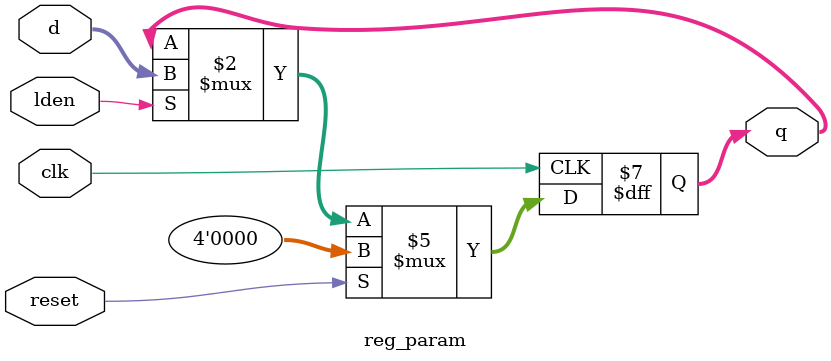
<source format=sv>

module reg_param #(parameter W=4) (
		input logic          clk,
		input logic          reset,
		input logic          lden,
		input logic [W-1:0]  d,
		output logic [W-1:0] q
		);

  always_ff @(posedge clk)
    if (reset) q <= '0;
    else if (lden) q <= d;
	 
endmodule

</source>
